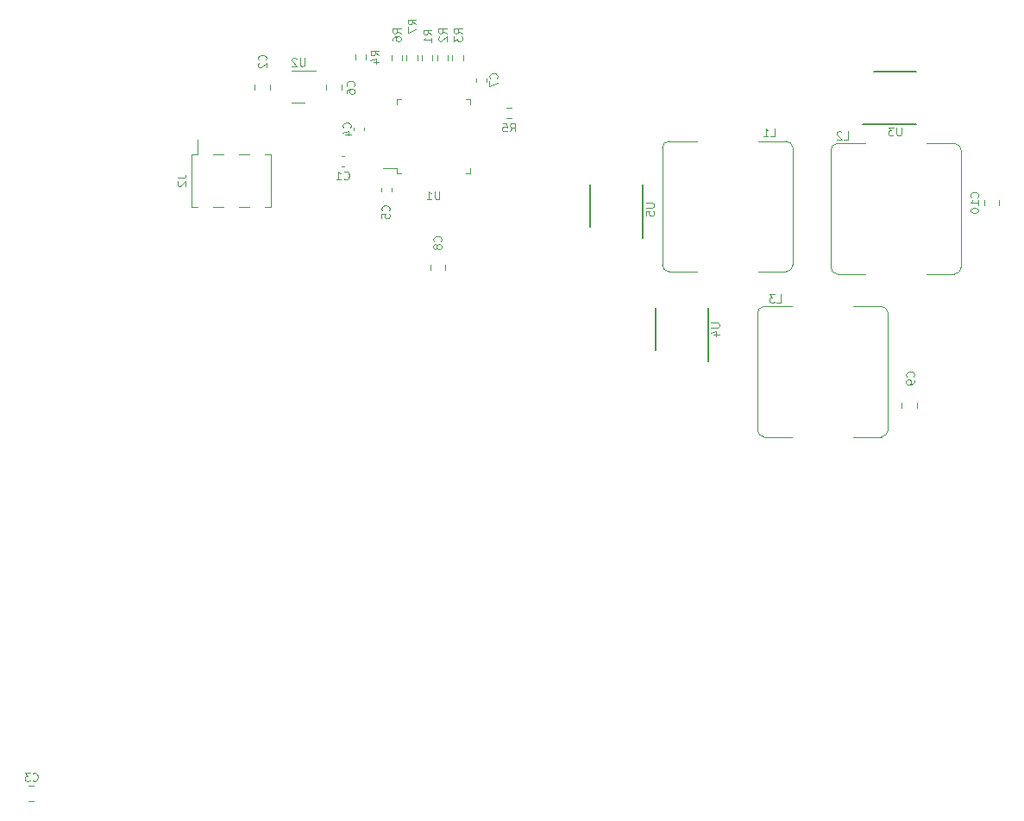
<source format=gbr>
%TF.GenerationSoftware,KiCad,Pcbnew,6.0.2+dfsg-1*%
%TF.CreationDate,2022-11-03T12:06:55-07:00*%
%TF.ProjectId,slot_track,736c6f74-5f74-4726-9163-6b2e6b696361,rev?*%
%TF.SameCoordinates,Original*%
%TF.FileFunction,Legend,Bot*%
%TF.FilePolarity,Positive*%
%FSLAX46Y46*%
G04 Gerber Fmt 4.6, Leading zero omitted, Abs format (unit mm)*
G04 Created by KiCad (PCBNEW 6.0.2+dfsg-1) date 2022-11-03 12:06:55*
%MOMM*%
%LPD*%
G01*
G04 APERTURE LIST*
%ADD10C,0.110000*%
%ADD11C,0.120000*%
%ADD12C,0.150000*%
G04 APERTURE END LIST*
D10*
%TO.C,C3*%
X160233333Y-195085714D02*
X160271428Y-195123809D01*
X160385714Y-195161904D01*
X160461904Y-195161904D01*
X160576190Y-195123809D01*
X160652380Y-195047619D01*
X160690476Y-194971428D01*
X160728571Y-194819047D01*
X160728571Y-194704761D01*
X160690476Y-194552380D01*
X160652380Y-194476190D01*
X160576190Y-194400000D01*
X160461904Y-194361904D01*
X160385714Y-194361904D01*
X160271428Y-194400000D01*
X160233333Y-194438095D01*
X159966666Y-194361904D02*
X159471428Y-194361904D01*
X159738095Y-194666666D01*
X159623809Y-194666666D01*
X159547619Y-194704761D01*
X159509523Y-194742857D01*
X159471428Y-194819047D01*
X159471428Y-195009523D01*
X159509523Y-195085714D01*
X159547619Y-195123809D01*
X159623809Y-195161904D01*
X159852380Y-195161904D01*
X159928571Y-195123809D01*
X159966666Y-195085714D01*
%TO.C,C7*%
X205785714Y-126166666D02*
X205823809Y-126128571D01*
X205861904Y-126014285D01*
X205861904Y-125938095D01*
X205823809Y-125823809D01*
X205747619Y-125747619D01*
X205671428Y-125709523D01*
X205519047Y-125671428D01*
X205404761Y-125671428D01*
X205252380Y-125709523D01*
X205176190Y-125747619D01*
X205100000Y-125823809D01*
X205061904Y-125938095D01*
X205061904Y-126014285D01*
X205100000Y-126128571D01*
X205138095Y-126166666D01*
X205061904Y-126433333D02*
X205061904Y-126966666D01*
X205861904Y-126623809D01*
%TO.C,C5*%
X195185714Y-139166666D02*
X195223809Y-139128571D01*
X195261904Y-139014285D01*
X195261904Y-138938095D01*
X195223809Y-138823809D01*
X195147619Y-138747619D01*
X195071428Y-138709523D01*
X194919047Y-138671428D01*
X194804761Y-138671428D01*
X194652380Y-138709523D01*
X194576190Y-138747619D01*
X194500000Y-138823809D01*
X194461904Y-138938095D01*
X194461904Y-139014285D01*
X194500000Y-139128571D01*
X194538095Y-139166666D01*
X194461904Y-139890476D02*
X194461904Y-139509523D01*
X194842857Y-139471428D01*
X194804761Y-139509523D01*
X194766666Y-139585714D01*
X194766666Y-139776190D01*
X194804761Y-139852380D01*
X194842857Y-139890476D01*
X194919047Y-139928571D01*
X195109523Y-139928571D01*
X195185714Y-139890476D01*
X195223809Y-139852380D01*
X195261904Y-139776190D01*
X195261904Y-139585714D01*
X195223809Y-139509523D01*
X195185714Y-139471428D01*
%TO.C,C4*%
X191385714Y-131016666D02*
X191423809Y-130978571D01*
X191461904Y-130864285D01*
X191461904Y-130788095D01*
X191423809Y-130673809D01*
X191347619Y-130597619D01*
X191271428Y-130559523D01*
X191119047Y-130521428D01*
X191004761Y-130521428D01*
X190852380Y-130559523D01*
X190776190Y-130597619D01*
X190700000Y-130673809D01*
X190661904Y-130788095D01*
X190661904Y-130864285D01*
X190700000Y-130978571D01*
X190738095Y-131016666D01*
X190928571Y-131702380D02*
X191461904Y-131702380D01*
X190623809Y-131511904D02*
X191195238Y-131321428D01*
X191195238Y-131816666D01*
%TO.C,C1*%
X190783333Y-136015714D02*
X190821428Y-136053809D01*
X190935714Y-136091904D01*
X191011904Y-136091904D01*
X191126190Y-136053809D01*
X191202380Y-135977619D01*
X191240476Y-135901428D01*
X191278571Y-135749047D01*
X191278571Y-135634761D01*
X191240476Y-135482380D01*
X191202380Y-135406190D01*
X191126190Y-135330000D01*
X191011904Y-135291904D01*
X190935714Y-135291904D01*
X190821428Y-135330000D01*
X190783333Y-135368095D01*
X190021428Y-136091904D02*
X190478571Y-136091904D01*
X190250000Y-136091904D02*
X190250000Y-135291904D01*
X190326190Y-135406190D01*
X190402380Y-135482380D01*
X190478571Y-135520476D01*
%TO.C,J2*%
X174421904Y-135943333D02*
X174993333Y-135943333D01*
X175107619Y-135905238D01*
X175183809Y-135829047D01*
X175221904Y-135714761D01*
X175221904Y-135638571D01*
X174498095Y-136286190D02*
X174460000Y-136324285D01*
X174421904Y-136400476D01*
X174421904Y-136590952D01*
X174460000Y-136667142D01*
X174498095Y-136705238D01*
X174574285Y-136743333D01*
X174650476Y-136743333D01*
X174764761Y-136705238D01*
X175221904Y-136248095D01*
X175221904Y-136743333D01*
%TO.C,U5*%
X220411904Y-138390476D02*
X221059523Y-138390476D01*
X221135714Y-138428571D01*
X221173809Y-138466666D01*
X221211904Y-138542857D01*
X221211904Y-138695238D01*
X221173809Y-138771428D01*
X221135714Y-138809523D01*
X221059523Y-138847619D01*
X220411904Y-138847619D01*
X220411904Y-139609523D02*
X220411904Y-139228571D01*
X220792857Y-139190476D01*
X220754761Y-139228571D01*
X220716666Y-139304761D01*
X220716666Y-139495238D01*
X220754761Y-139571428D01*
X220792857Y-139609523D01*
X220869047Y-139647619D01*
X221059523Y-139647619D01*
X221135714Y-139609523D01*
X221173809Y-139571428D01*
X221211904Y-139495238D01*
X221211904Y-139304761D01*
X221173809Y-139228571D01*
X221135714Y-139190476D01*
%TO.C,U4*%
X226791904Y-150190476D02*
X227439523Y-150190476D01*
X227515714Y-150228571D01*
X227553809Y-150266666D01*
X227591904Y-150342857D01*
X227591904Y-150495238D01*
X227553809Y-150571428D01*
X227515714Y-150609523D01*
X227439523Y-150647619D01*
X226791904Y-150647619D01*
X227058571Y-151371428D02*
X227591904Y-151371428D01*
X226753809Y-151180952D02*
X227325238Y-150990476D01*
X227325238Y-151485714D01*
%TO.C,U3*%
X245459523Y-130981904D02*
X245459523Y-131629523D01*
X245421428Y-131705714D01*
X245383333Y-131743809D01*
X245307142Y-131781904D01*
X245154761Y-131781904D01*
X245078571Y-131743809D01*
X245040476Y-131705714D01*
X245002380Y-131629523D01*
X245002380Y-130981904D01*
X244697619Y-130981904D02*
X244202380Y-130981904D01*
X244469047Y-131286666D01*
X244354761Y-131286666D01*
X244278571Y-131324761D01*
X244240476Y-131362857D01*
X244202380Y-131439047D01*
X244202380Y-131629523D01*
X244240476Y-131705714D01*
X244278571Y-131743809D01*
X244354761Y-131781904D01*
X244583333Y-131781904D01*
X244659523Y-131743809D01*
X244697619Y-131705714D01*
%TO.C,R7*%
X197861904Y-120866666D02*
X197480952Y-120600000D01*
X197861904Y-120409523D02*
X197061904Y-120409523D01*
X197061904Y-120714285D01*
X197100000Y-120790476D01*
X197138095Y-120828571D01*
X197214285Y-120866666D01*
X197328571Y-120866666D01*
X197404761Y-120828571D01*
X197442857Y-120790476D01*
X197480952Y-120714285D01*
X197480952Y-120409523D01*
X197061904Y-121133333D02*
X197061904Y-121666666D01*
X197861904Y-121323809D01*
%TO.C,R6*%
X196361904Y-121766666D02*
X195980952Y-121500000D01*
X196361904Y-121309523D02*
X195561904Y-121309523D01*
X195561904Y-121614285D01*
X195600000Y-121690476D01*
X195638095Y-121728571D01*
X195714285Y-121766666D01*
X195828571Y-121766666D01*
X195904761Y-121728571D01*
X195942857Y-121690476D01*
X195980952Y-121614285D01*
X195980952Y-121309523D01*
X195561904Y-122452380D02*
X195561904Y-122300000D01*
X195600000Y-122223809D01*
X195638095Y-122185714D01*
X195752380Y-122109523D01*
X195904761Y-122071428D01*
X196209523Y-122071428D01*
X196285714Y-122109523D01*
X196323809Y-122147619D01*
X196361904Y-122223809D01*
X196361904Y-122376190D01*
X196323809Y-122452380D01*
X196285714Y-122490476D01*
X196209523Y-122528571D01*
X196019047Y-122528571D01*
X195942857Y-122490476D01*
X195904761Y-122452380D01*
X195866666Y-122376190D01*
X195866666Y-122223809D01*
X195904761Y-122147619D01*
X195942857Y-122109523D01*
X196019047Y-122071428D01*
%TO.C,R5*%
X207083333Y-131391904D02*
X207350000Y-131010952D01*
X207540476Y-131391904D02*
X207540476Y-130591904D01*
X207235714Y-130591904D01*
X207159523Y-130630000D01*
X207121428Y-130668095D01*
X207083333Y-130744285D01*
X207083333Y-130858571D01*
X207121428Y-130934761D01*
X207159523Y-130972857D01*
X207235714Y-131010952D01*
X207540476Y-131010952D01*
X206359523Y-130591904D02*
X206740476Y-130591904D01*
X206778571Y-130972857D01*
X206740476Y-130934761D01*
X206664285Y-130896666D01*
X206473809Y-130896666D01*
X206397619Y-130934761D01*
X206359523Y-130972857D01*
X206321428Y-131049047D01*
X206321428Y-131239523D01*
X206359523Y-131315714D01*
X206397619Y-131353809D01*
X206473809Y-131391904D01*
X206664285Y-131391904D01*
X206740476Y-131353809D01*
X206778571Y-131315714D01*
%TO.C,R4*%
X194191904Y-123916666D02*
X193810952Y-123650000D01*
X194191904Y-123459523D02*
X193391904Y-123459523D01*
X193391904Y-123764285D01*
X193430000Y-123840476D01*
X193468095Y-123878571D01*
X193544285Y-123916666D01*
X193658571Y-123916666D01*
X193734761Y-123878571D01*
X193772857Y-123840476D01*
X193810952Y-123764285D01*
X193810952Y-123459523D01*
X193658571Y-124602380D02*
X194191904Y-124602380D01*
X193353809Y-124411904D02*
X193925238Y-124221428D01*
X193925238Y-124716666D01*
%TO.C,R3*%
X202361904Y-121766666D02*
X201980952Y-121500000D01*
X202361904Y-121309523D02*
X201561904Y-121309523D01*
X201561904Y-121614285D01*
X201600000Y-121690476D01*
X201638095Y-121728571D01*
X201714285Y-121766666D01*
X201828571Y-121766666D01*
X201904761Y-121728571D01*
X201942857Y-121690476D01*
X201980952Y-121614285D01*
X201980952Y-121309523D01*
X201561904Y-122033333D02*
X201561904Y-122528571D01*
X201866666Y-122261904D01*
X201866666Y-122376190D01*
X201904761Y-122452380D01*
X201942857Y-122490476D01*
X202019047Y-122528571D01*
X202209523Y-122528571D01*
X202285714Y-122490476D01*
X202323809Y-122452380D01*
X202361904Y-122376190D01*
X202361904Y-122147619D01*
X202323809Y-122071428D01*
X202285714Y-122033333D01*
%TO.C,R2*%
X200861904Y-121766666D02*
X200480952Y-121500000D01*
X200861904Y-121309523D02*
X200061904Y-121309523D01*
X200061904Y-121614285D01*
X200100000Y-121690476D01*
X200138095Y-121728571D01*
X200214285Y-121766666D01*
X200328571Y-121766666D01*
X200404761Y-121728571D01*
X200442857Y-121690476D01*
X200480952Y-121614285D01*
X200480952Y-121309523D01*
X200138095Y-122071428D02*
X200100000Y-122109523D01*
X200061904Y-122185714D01*
X200061904Y-122376190D01*
X200100000Y-122452380D01*
X200138095Y-122490476D01*
X200214285Y-122528571D01*
X200290476Y-122528571D01*
X200404761Y-122490476D01*
X200861904Y-122033333D01*
X200861904Y-122528571D01*
%TO.C,R1*%
X199361904Y-121866666D02*
X198980952Y-121600000D01*
X199361904Y-121409523D02*
X198561904Y-121409523D01*
X198561904Y-121714285D01*
X198600000Y-121790476D01*
X198638095Y-121828571D01*
X198714285Y-121866666D01*
X198828571Y-121866666D01*
X198904761Y-121828571D01*
X198942857Y-121790476D01*
X198980952Y-121714285D01*
X198980952Y-121409523D01*
X199361904Y-122628571D02*
X199361904Y-122171428D01*
X199361904Y-122400000D02*
X198561904Y-122400000D01*
X198676190Y-122323809D01*
X198752380Y-122247619D01*
X198790476Y-122171428D01*
%TO.C,U2*%
X186909523Y-124186904D02*
X186909523Y-124834523D01*
X186871428Y-124910714D01*
X186833333Y-124948809D01*
X186757142Y-124986904D01*
X186604761Y-124986904D01*
X186528571Y-124948809D01*
X186490476Y-124910714D01*
X186452380Y-124834523D01*
X186452380Y-124186904D01*
X186109523Y-124263095D02*
X186071428Y-124225000D01*
X185995238Y-124186904D01*
X185804761Y-124186904D01*
X185728571Y-124225000D01*
X185690476Y-124263095D01*
X185652380Y-124339285D01*
X185652380Y-124415476D01*
X185690476Y-124529761D01*
X186147619Y-124986904D01*
X185652380Y-124986904D01*
%TO.C,L3*%
X233233333Y-148161904D02*
X233614285Y-148161904D01*
X233614285Y-147361904D01*
X233042857Y-147361904D02*
X232547619Y-147361904D01*
X232814285Y-147666666D01*
X232700000Y-147666666D01*
X232623809Y-147704761D01*
X232585714Y-147742857D01*
X232547619Y-147819047D01*
X232547619Y-148009523D01*
X232585714Y-148085714D01*
X232623809Y-148123809D01*
X232700000Y-148161904D01*
X232928571Y-148161904D01*
X233004761Y-148123809D01*
X233042857Y-148085714D01*
%TO.C,L2*%
X239833333Y-132161904D02*
X240214285Y-132161904D01*
X240214285Y-131361904D01*
X239604761Y-131438095D02*
X239566666Y-131400000D01*
X239490476Y-131361904D01*
X239300000Y-131361904D01*
X239223809Y-131400000D01*
X239185714Y-131438095D01*
X239147619Y-131514285D01*
X239147619Y-131590476D01*
X239185714Y-131704761D01*
X239642857Y-132161904D01*
X239147619Y-132161904D01*
%TO.C,L1*%
X232633333Y-131861904D02*
X233014285Y-131861904D01*
X233014285Y-131061904D01*
X231947619Y-131861904D02*
X232404761Y-131861904D01*
X232176190Y-131861904D02*
X232176190Y-131061904D01*
X232252380Y-131176190D01*
X232328571Y-131252380D01*
X232404761Y-131290476D01*
%TO.C,C10*%
X252975714Y-137835714D02*
X253013809Y-137797619D01*
X253051904Y-137683333D01*
X253051904Y-137607142D01*
X253013809Y-137492857D01*
X252937619Y-137416666D01*
X252861428Y-137378571D01*
X252709047Y-137340476D01*
X252594761Y-137340476D01*
X252442380Y-137378571D01*
X252366190Y-137416666D01*
X252290000Y-137492857D01*
X252251904Y-137607142D01*
X252251904Y-137683333D01*
X252290000Y-137797619D01*
X252328095Y-137835714D01*
X253051904Y-138597619D02*
X253051904Y-138140476D01*
X253051904Y-138369047D02*
X252251904Y-138369047D01*
X252366190Y-138292857D01*
X252442380Y-138216666D01*
X252480476Y-138140476D01*
X252251904Y-139092857D02*
X252251904Y-139169047D01*
X252290000Y-139245238D01*
X252328095Y-139283333D01*
X252404285Y-139321428D01*
X252556666Y-139359523D01*
X252747142Y-139359523D01*
X252899523Y-139321428D01*
X252975714Y-139283333D01*
X253013809Y-139245238D01*
X253051904Y-139169047D01*
X253051904Y-139092857D01*
X253013809Y-139016666D01*
X252975714Y-138978571D01*
X252899523Y-138940476D01*
X252747142Y-138902380D01*
X252556666Y-138902380D01*
X252404285Y-138940476D01*
X252328095Y-138978571D01*
X252290000Y-139016666D01*
X252251904Y-139092857D01*
%TO.C,C9*%
X246685714Y-155466666D02*
X246723809Y-155428571D01*
X246761904Y-155314285D01*
X246761904Y-155238095D01*
X246723809Y-155123809D01*
X246647619Y-155047619D01*
X246571428Y-155009523D01*
X246419047Y-154971428D01*
X246304761Y-154971428D01*
X246152380Y-155009523D01*
X246076190Y-155047619D01*
X246000000Y-155123809D01*
X245961904Y-155238095D01*
X245961904Y-155314285D01*
X246000000Y-155428571D01*
X246038095Y-155466666D01*
X246761904Y-155847619D02*
X246761904Y-156000000D01*
X246723809Y-156076190D01*
X246685714Y-156114285D01*
X246571428Y-156190476D01*
X246419047Y-156228571D01*
X246114285Y-156228571D01*
X246038095Y-156190476D01*
X246000000Y-156152380D01*
X245961904Y-156076190D01*
X245961904Y-155923809D01*
X246000000Y-155847619D01*
X246038095Y-155809523D01*
X246114285Y-155771428D01*
X246304761Y-155771428D01*
X246380952Y-155809523D01*
X246419047Y-155847619D01*
X246457142Y-155923809D01*
X246457142Y-156076190D01*
X246419047Y-156152380D01*
X246380952Y-156190476D01*
X246304761Y-156228571D01*
%TO.C,C8*%
X200285714Y-142166666D02*
X200323809Y-142128571D01*
X200361904Y-142014285D01*
X200361904Y-141938095D01*
X200323809Y-141823809D01*
X200247619Y-141747619D01*
X200171428Y-141709523D01*
X200019047Y-141671428D01*
X199904761Y-141671428D01*
X199752380Y-141709523D01*
X199676190Y-141747619D01*
X199600000Y-141823809D01*
X199561904Y-141938095D01*
X199561904Y-142014285D01*
X199600000Y-142128571D01*
X199638095Y-142166666D01*
X199904761Y-142623809D02*
X199866666Y-142547619D01*
X199828571Y-142509523D01*
X199752380Y-142471428D01*
X199714285Y-142471428D01*
X199638095Y-142509523D01*
X199600000Y-142547619D01*
X199561904Y-142623809D01*
X199561904Y-142776190D01*
X199600000Y-142852380D01*
X199638095Y-142890476D01*
X199714285Y-142928571D01*
X199752380Y-142928571D01*
X199828571Y-142890476D01*
X199866666Y-142852380D01*
X199904761Y-142776190D01*
X199904761Y-142623809D01*
X199942857Y-142547619D01*
X199980952Y-142509523D01*
X200057142Y-142471428D01*
X200209523Y-142471428D01*
X200285714Y-142509523D01*
X200323809Y-142547619D01*
X200361904Y-142623809D01*
X200361904Y-142776190D01*
X200323809Y-142852380D01*
X200285714Y-142890476D01*
X200209523Y-142928571D01*
X200057142Y-142928571D01*
X199980952Y-142890476D01*
X199942857Y-142852380D01*
X199904761Y-142776190D01*
%TO.C,C6*%
X191740714Y-126916666D02*
X191778809Y-126878571D01*
X191816904Y-126764285D01*
X191816904Y-126688095D01*
X191778809Y-126573809D01*
X191702619Y-126497619D01*
X191626428Y-126459523D01*
X191474047Y-126421428D01*
X191359761Y-126421428D01*
X191207380Y-126459523D01*
X191131190Y-126497619D01*
X191055000Y-126573809D01*
X191016904Y-126688095D01*
X191016904Y-126764285D01*
X191055000Y-126878571D01*
X191093095Y-126916666D01*
X191016904Y-127602380D02*
X191016904Y-127450000D01*
X191055000Y-127373809D01*
X191093095Y-127335714D01*
X191207380Y-127259523D01*
X191359761Y-127221428D01*
X191664523Y-127221428D01*
X191740714Y-127259523D01*
X191778809Y-127297619D01*
X191816904Y-127373809D01*
X191816904Y-127526190D01*
X191778809Y-127602380D01*
X191740714Y-127640476D01*
X191664523Y-127678571D01*
X191474047Y-127678571D01*
X191397857Y-127640476D01*
X191359761Y-127602380D01*
X191321666Y-127526190D01*
X191321666Y-127373809D01*
X191359761Y-127297619D01*
X191397857Y-127259523D01*
X191474047Y-127221428D01*
%TO.C,C2*%
X183085714Y-124366666D02*
X183123809Y-124328571D01*
X183161904Y-124214285D01*
X183161904Y-124138095D01*
X183123809Y-124023809D01*
X183047619Y-123947619D01*
X182971428Y-123909523D01*
X182819047Y-123871428D01*
X182704761Y-123871428D01*
X182552380Y-123909523D01*
X182476190Y-123947619D01*
X182400000Y-124023809D01*
X182361904Y-124138095D01*
X182361904Y-124214285D01*
X182400000Y-124328571D01*
X182438095Y-124366666D01*
X182438095Y-124671428D02*
X182400000Y-124709523D01*
X182361904Y-124785714D01*
X182361904Y-124976190D01*
X182400000Y-125052380D01*
X182438095Y-125090476D01*
X182514285Y-125128571D01*
X182590476Y-125128571D01*
X182704761Y-125090476D01*
X183161904Y-124633333D01*
X183161904Y-125128571D01*
%TO.C,U1*%
X200159523Y-137261904D02*
X200159523Y-137909523D01*
X200121428Y-137985714D01*
X200083333Y-138023809D01*
X200007142Y-138061904D01*
X199854761Y-138061904D01*
X199778571Y-138023809D01*
X199740476Y-137985714D01*
X199702380Y-137909523D01*
X199702380Y-137261904D01*
X198902380Y-138061904D02*
X199359523Y-138061904D01*
X199130952Y-138061904D02*
X199130952Y-137261904D01*
X199207142Y-137376190D01*
X199283333Y-137452380D01*
X199359523Y-137490476D01*
D11*
%TO.C,C3*%
X159778748Y-195635000D02*
X160301252Y-195635000D01*
X159778748Y-197105000D02*
X160301252Y-197105000D01*
%TO.C,C7*%
X204760000Y-126209420D02*
X204760000Y-126490580D01*
X203740000Y-126209420D02*
X203740000Y-126490580D01*
%TO.C,C5*%
X194440000Y-137240580D02*
X194440000Y-136959420D01*
X195460000Y-137240580D02*
X195460000Y-136959420D01*
%TO.C,C4*%
X191740000Y-131290580D02*
X191740000Y-131009420D01*
X192760000Y-131290580D02*
X192760000Y-131009420D01*
%TO.C,C1*%
X190509420Y-133790000D02*
X190790580Y-133790000D01*
X190509420Y-134810000D02*
X190790580Y-134810000D01*
%TO.C,J2*%
X183030000Y-133610000D02*
X183600000Y-133610000D01*
X180490000Y-133610000D02*
X181510000Y-133610000D01*
X177950000Y-138810000D02*
X178970000Y-138810000D01*
X175860000Y-138810000D02*
X176430000Y-138810000D01*
X183030000Y-138810000D02*
X183600000Y-138810000D01*
X177950000Y-133610000D02*
X178970000Y-133610000D01*
X175860000Y-133610000D02*
X176430000Y-133610000D01*
X175860000Y-133610000D02*
X175860000Y-138810000D01*
X180490000Y-138810000D02*
X181510000Y-138810000D01*
X183600000Y-133610000D02*
X183600000Y-138810000D01*
X176430000Y-132170000D02*
X176430000Y-133610000D01*
D12*
%TO.C,U5*%
X214975000Y-140775000D02*
X214975000Y-136625000D01*
X220125000Y-141875000D02*
X220125000Y-136625000D01*
%TO.C,U4*%
X221355000Y-152875000D02*
X221355000Y-148725000D01*
X226505000Y-153975000D02*
X226505000Y-148725000D01*
%TO.C,U3*%
X242775000Y-125545000D02*
X246925000Y-125545000D01*
X241675000Y-130695000D02*
X246925000Y-130695000D01*
D11*
%TO.C,R7*%
X196927500Y-124387258D02*
X196927500Y-123912742D01*
X197972500Y-124387258D02*
X197972500Y-123912742D01*
%TO.C,R6*%
X195427500Y-124387258D02*
X195427500Y-123912742D01*
X196472500Y-124387258D02*
X196472500Y-123912742D01*
%TO.C,R5*%
X206712742Y-129077500D02*
X207187258Y-129077500D01*
X206712742Y-130122500D02*
X207187258Y-130122500D01*
%TO.C,R4*%
X191877500Y-124287258D02*
X191877500Y-123812742D01*
X192922500Y-124287258D02*
X192922500Y-123812742D01*
%TO.C,R3*%
X202472500Y-123912742D02*
X202472500Y-124387258D01*
X201427500Y-123912742D02*
X201427500Y-124387258D01*
%TO.C,R2*%
X200972500Y-123912742D02*
X200972500Y-124387258D01*
X199927500Y-123912742D02*
X199927500Y-124387258D01*
%TO.C,R1*%
X199472500Y-123912742D02*
X199472500Y-124387258D01*
X198427500Y-123912742D02*
X198427500Y-124387258D01*
%TO.C,U2*%
X186300000Y-125465000D02*
X185650000Y-125465000D01*
X186300000Y-128585000D02*
X185650000Y-128585000D01*
X186300000Y-125465000D02*
X187975000Y-125465000D01*
X186300000Y-128585000D02*
X186950000Y-128585000D01*
%TO.C,L3*%
X232020000Y-148570000D02*
X234770000Y-148570000D01*
X240770000Y-161370000D02*
X243520000Y-161370000D01*
X231370000Y-149220000D02*
X231370000Y-160720000D01*
X240770000Y-148570000D02*
X243520000Y-148570000D01*
X232020000Y-161370000D02*
X234770000Y-161370000D01*
X244170000Y-160720000D02*
X244170000Y-149220000D01*
X243520000Y-161370000D02*
G75*
G03*
X244170000Y-160720000I-1J650001D01*
G01*
X231370000Y-160720000D02*
G75*
G03*
X232020000Y-161370000I650001J1D01*
G01*
X232020000Y-148570000D02*
G75*
G03*
X231370000Y-149220000I1J-650001D01*
G01*
X244170000Y-149220000D02*
G75*
G03*
X243520000Y-148570000I-650001J-1D01*
G01*
%TO.C,L2*%
X251355000Y-133230000D02*
G75*
G03*
X250705000Y-132580000I-650001J-1D01*
G01*
X239205000Y-132580000D02*
G75*
G03*
X238555000Y-133230000I1J-650001D01*
G01*
X238555000Y-144730000D02*
G75*
G03*
X239205000Y-145380000I650001J1D01*
G01*
X250705000Y-145380000D02*
G75*
G03*
X251355000Y-144730000I-1J650001D01*
G01*
X251355000Y-144730000D02*
X251355000Y-133230000D01*
X239205000Y-145380000D02*
X241955000Y-145380000D01*
X247955000Y-132580000D02*
X250705000Y-132580000D01*
X238555000Y-133230000D02*
X238555000Y-144730000D01*
X247955000Y-145380000D02*
X250705000Y-145380000D01*
X239205000Y-132580000D02*
X241955000Y-132580000D01*
%TO.C,L1*%
X222680000Y-132350000D02*
X225430000Y-132350000D01*
X231430000Y-145150000D02*
X234180000Y-145150000D01*
X222030000Y-133000000D02*
X222030000Y-144500000D01*
X231430000Y-132350000D02*
X234180000Y-132350000D01*
X222680000Y-145150000D02*
X225430000Y-145150000D01*
X234830000Y-144500000D02*
X234830000Y-133000000D01*
X234180000Y-145150000D02*
G75*
G03*
X234830000Y-144500000I-1J650001D01*
G01*
X222030000Y-144500000D02*
G75*
G03*
X222680000Y-145150000I650001J1D01*
G01*
X222680000Y-132350000D02*
G75*
G03*
X222030000Y-133000000I1J-650001D01*
G01*
X234830000Y-133000000D02*
G75*
G03*
X234180000Y-132350000I-650001J-1D01*
G01*
%TO.C,C10*%
X255105000Y-138088748D02*
X255105000Y-138611252D01*
X253635000Y-138088748D02*
X253635000Y-138611252D01*
%TO.C,C9*%
X246985000Y-158038748D02*
X246985000Y-158561252D01*
X245515000Y-158038748D02*
X245515000Y-158561252D01*
%TO.C,C8*%
X200705000Y-144448748D02*
X200705000Y-144971252D01*
X199235000Y-144448748D02*
X199235000Y-144971252D01*
%TO.C,C6*%
X190510000Y-127311252D02*
X190510000Y-126788748D01*
X189040000Y-127311252D02*
X189040000Y-126788748D01*
%TO.C,C2*%
X183485000Y-126738748D02*
X183485000Y-127261252D01*
X182015000Y-126738748D02*
X182015000Y-127261252D01*
%TO.C,U1*%
X195940000Y-135460000D02*
X195940000Y-135010000D01*
X202710000Y-128240000D02*
X203160000Y-128240000D01*
X195940000Y-135010000D02*
X194650000Y-135010000D01*
X195940000Y-128240000D02*
X195940000Y-128690000D01*
X203160000Y-128240000D02*
X203160000Y-128690000D01*
X203160000Y-135460000D02*
X203160000Y-135010000D01*
X202710000Y-135460000D02*
X203160000Y-135460000D01*
X196390000Y-128240000D02*
X195940000Y-128240000D01*
X196390000Y-135460000D02*
X195940000Y-135460000D01*
%TD*%
M02*

</source>
